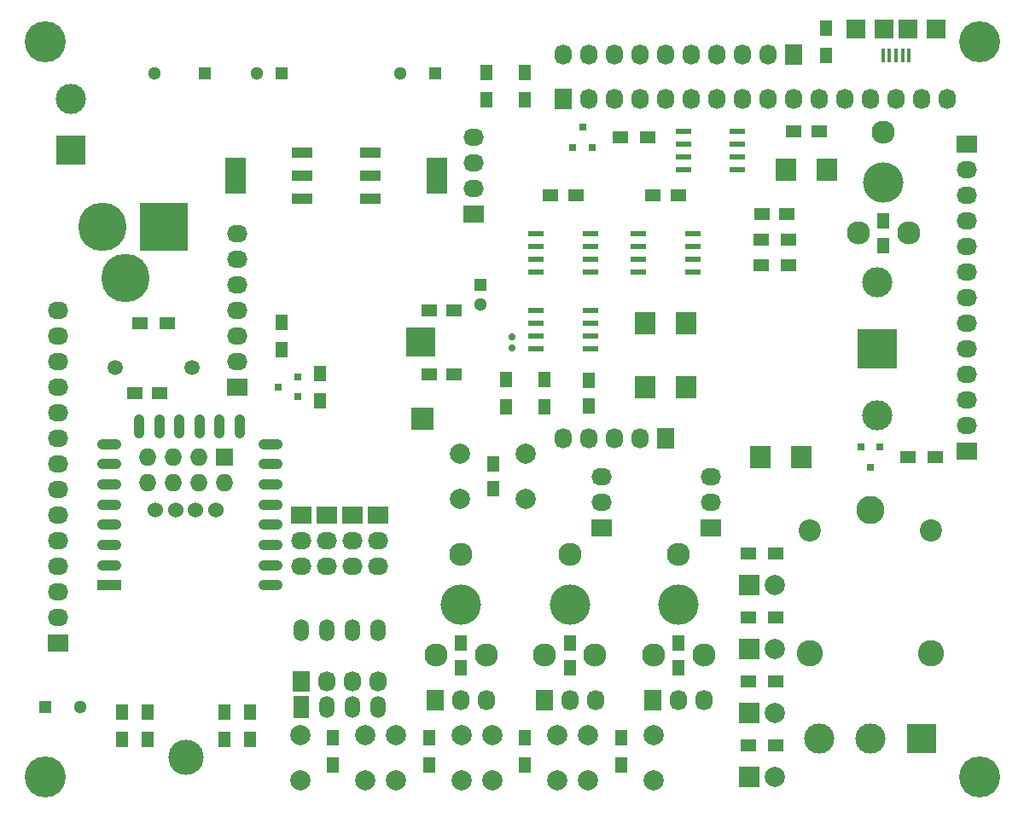
<source format=gbr>
G04 #@! TF.FileFunction,Soldermask,Bot*
%FSLAX46Y46*%
G04 Gerber Fmt 4.6, Leading zero omitted, Abs format (unit mm)*
G04 Created by KiCad (PCBNEW 4.0.2-stable) date 01/06/2016 13:38:34*
%MOMM*%
G01*
G04 APERTURE LIST*
%ADD10C,0.100000*%
%ADD11C,0.700000*%
%ADD12R,3.000000X3.000000*%
%ADD13C,1.524000*%
%ADD14C,3.500000*%
%ADD15C,1.998980*%
%ADD16O,1.100000X2.400000*%
%ADD17R,2.400000X1.100000*%
%ADD18O,2.400000X1.100000*%
%ADD19R,1.727200X2.032000*%
%ADD20O,1.727200X2.032000*%
%ADD21R,1.250000X1.500000*%
%ADD22R,1.500000X1.250000*%
%ADD23R,1.300000X1.300000*%
%ADD24C,1.300000*%
%ADD25R,1.550000X0.600000*%
%ADD26R,2.032000X1.727200*%
%ADD27O,2.032000X1.727200*%
%ADD28C,4.800600*%
%ADD29R,4.800600X4.800600*%
%ADD30R,1.300000X1.500000*%
%ADD31R,2.000000X2.000000*%
%ADD32C,2.000000*%
%ADD33R,0.800100X0.800100*%
%ADD34R,1.500000X1.300000*%
%ADD35R,1.727200X1.727200*%
%ADD36O,1.727200X1.727200*%
%ADD37R,2.032000X3.657600*%
%ADD38R,2.032000X1.016000*%
%ADD39R,2.235200X2.235200*%
%ADD40C,2.300000*%
%ADD41C,4.000000*%
%ADD42R,1.998980X2.301240*%
%ADD43C,4.064000*%
%ADD44C,3.000000*%
%ADD45R,4.000000X4.000000*%
%ADD46C,1.500000*%
%ADD47R,1.498600X2.197100*%
%ADD48O,1.498600X2.197100*%
%ADD49R,2.999740X2.999740*%
%ADD50C,2.999740*%
%ADD51C,2.200000*%
%ADD52C,2.600000*%
%ADD53C,2.800000*%
%ADD54R,1.897380X1.897380*%
%ADD55R,0.398780X1.348740*%
%ADD56R,0.398780X1.346200*%
G04 APERTURE END LIST*
D10*
D11*
X160610000Y-98340000D03*
X160610000Y-97240000D03*
D12*
X151610000Y-97790000D03*
D13*
X131270000Y-114475000D03*
X129270000Y-114475000D03*
X127270000Y-114475000D03*
X125270000Y-114475000D03*
D14*
X128270000Y-138975000D03*
D15*
X139623800Y-141315440D03*
X146126200Y-136814560D03*
X139623800Y-136814560D03*
X146126200Y-141315440D03*
D16*
X123640000Y-106170000D03*
X125640000Y-106170000D03*
X127640000Y-106170000D03*
X129640000Y-106170000D03*
X131640000Y-106170000D03*
X133640000Y-106170000D03*
D17*
X120650000Y-121920000D03*
D18*
X120650000Y-119920000D03*
X120650000Y-117920000D03*
X120650000Y-115920000D03*
X120650000Y-113920000D03*
X120650000Y-111920000D03*
X120650000Y-109920000D03*
X120650000Y-107920000D03*
X136650000Y-107920000D03*
X136650000Y-109920000D03*
X136650000Y-111920000D03*
X136650000Y-113920000D03*
X136650000Y-115920000D03*
X136650000Y-117920000D03*
X136650000Y-119920000D03*
X136650000Y-121920000D03*
D19*
X139700000Y-131445000D03*
D20*
X142240000Y-131445000D03*
X144780000Y-131445000D03*
X147320000Y-131445000D03*
D21*
X155575000Y-130155000D03*
X155575000Y-127655000D03*
D22*
X125710000Y-102870000D03*
X123210000Y-102870000D03*
D21*
X166370000Y-130155000D03*
X166370000Y-127655000D03*
X177165000Y-130155000D03*
X177165000Y-127655000D03*
X158750000Y-109875000D03*
X158750000Y-112375000D03*
D22*
X174645000Y-83185000D03*
X177145000Y-83185000D03*
D21*
X197485000Y-88245000D03*
X197485000Y-85745000D03*
X168275000Y-101620000D03*
X168275000Y-104120000D03*
D22*
X154920000Y-100965000D03*
X152420000Y-100965000D03*
X154920000Y-94615000D03*
X152420000Y-94615000D03*
X191115000Y-76835000D03*
X188615000Y-76835000D03*
X185440000Y-85090000D03*
X187940000Y-85090000D03*
X164485000Y-83185000D03*
X166985000Y-83185000D03*
D23*
X130175000Y-71120000D03*
D24*
X125175000Y-71120000D03*
X117800000Y-133985000D03*
D23*
X114300000Y-133985000D03*
D24*
X135295000Y-71120000D03*
D23*
X137795000Y-71120000D03*
D24*
X149535000Y-71120000D03*
D23*
X153035000Y-71120000D03*
X157480000Y-92075000D03*
D24*
X157480000Y-94075000D03*
D25*
X178595000Y-86995000D03*
X178595000Y-88265000D03*
X178595000Y-89535000D03*
X178595000Y-90805000D03*
X173195000Y-90805000D03*
X173195000Y-89535000D03*
X173195000Y-88265000D03*
X173195000Y-86995000D03*
X168435000Y-86995000D03*
X168435000Y-88265000D03*
X168435000Y-89535000D03*
X168435000Y-90805000D03*
X163035000Y-90805000D03*
X163035000Y-89535000D03*
X163035000Y-88265000D03*
X163035000Y-86995000D03*
D26*
X156845000Y-85090000D03*
D27*
X156845000Y-82550000D03*
X156845000Y-80010000D03*
X156845000Y-77470000D03*
D26*
X139700000Y-114935000D03*
D27*
X139700000Y-117475000D03*
X139700000Y-120015000D03*
D28*
X120015000Y-86360000D03*
D29*
X126111000Y-86360000D03*
D28*
X122301000Y-91440000D03*
D26*
X205740000Y-78105000D03*
D27*
X205740000Y-80645000D03*
X205740000Y-83185000D03*
X205740000Y-85725000D03*
X205740000Y-88265000D03*
X205740000Y-90805000D03*
X205740000Y-93345000D03*
X205740000Y-95885000D03*
X205740000Y-98425000D03*
D26*
X115570000Y-127635000D03*
D27*
X115570000Y-125095000D03*
X115570000Y-122555000D03*
X115570000Y-120015000D03*
X115570000Y-117475000D03*
X115570000Y-114935000D03*
X115570000Y-112395000D03*
X115570000Y-109855000D03*
X115570000Y-107315000D03*
X115570000Y-104775000D03*
X115570000Y-102235000D03*
X115570000Y-99695000D03*
X115570000Y-97155000D03*
X115570000Y-94615000D03*
D19*
X188595000Y-69215000D03*
D20*
X186055000Y-69215000D03*
X183515000Y-69215000D03*
X180975000Y-69215000D03*
X178435000Y-69215000D03*
X175895000Y-69215000D03*
X173355000Y-69215000D03*
X170815000Y-69215000D03*
X168275000Y-69215000D03*
X165735000Y-69215000D03*
D26*
X205740000Y-108585000D03*
D27*
X205740000Y-106045000D03*
X205740000Y-103505000D03*
X205740000Y-100965000D03*
D30*
X191770000Y-69295000D03*
X191770000Y-66595000D03*
D19*
X165735000Y-73660000D03*
D20*
X168275000Y-73660000D03*
X170815000Y-73660000D03*
X173355000Y-73660000D03*
X175895000Y-73660000D03*
X178435000Y-73660000D03*
X180975000Y-73660000D03*
X183515000Y-73660000D03*
X186055000Y-73660000D03*
X188595000Y-73660000D03*
X191135000Y-73660000D03*
X193675000Y-73660000D03*
X196215000Y-73660000D03*
X198755000Y-73660000D03*
X201295000Y-73660000D03*
X203835000Y-73660000D03*
D31*
X184150000Y-140970000D03*
D32*
X186690000Y-140970000D03*
D31*
X184150000Y-134620000D03*
D32*
X186690000Y-134620000D03*
D31*
X184150000Y-128270000D03*
D32*
X186690000Y-128270000D03*
D31*
X184150000Y-121920000D03*
D32*
X186690000Y-121920000D03*
D26*
X142240000Y-114935000D03*
D27*
X142240000Y-117475000D03*
X142240000Y-120015000D03*
D19*
X153035000Y-133350000D03*
D20*
X155575000Y-133350000D03*
X158115000Y-133350000D03*
D19*
X163830000Y-133350000D03*
D20*
X166370000Y-133350000D03*
X168910000Y-133350000D03*
D19*
X174625000Y-133350000D03*
D20*
X177165000Y-133350000D03*
X179705000Y-133350000D03*
D26*
X169545000Y-116205000D03*
D27*
X169545000Y-113665000D03*
X169545000Y-111125000D03*
D26*
X180340000Y-116205000D03*
D27*
X180340000Y-113665000D03*
X180340000Y-111125000D03*
D33*
X195265000Y-108219240D03*
X197165000Y-108219240D03*
X196215000Y-110218220D03*
X139430760Y-101285000D03*
X139430760Y-103185000D03*
X137431780Y-102235000D03*
X168590000Y-78470760D03*
X166690000Y-78470760D03*
X167640000Y-76471780D03*
D34*
X184070000Y-137795000D03*
X186770000Y-137795000D03*
X184070000Y-131445000D03*
X186770000Y-131445000D03*
D30*
X142875000Y-137080000D03*
X142875000Y-139780000D03*
D34*
X184070000Y-125095000D03*
X186770000Y-125095000D03*
X184070000Y-118745000D03*
X186770000Y-118745000D03*
X202645000Y-109220000D03*
X199945000Y-109220000D03*
D30*
X152400000Y-137080000D03*
X152400000Y-139780000D03*
X137795000Y-98505000D03*
X137795000Y-95805000D03*
X141605000Y-103585000D03*
X141605000Y-100885000D03*
D34*
X123745000Y-95885000D03*
X126445000Y-95885000D03*
D30*
X158115000Y-71040000D03*
X158115000Y-73740000D03*
X161925000Y-137080000D03*
X161925000Y-139780000D03*
X121920000Y-134540000D03*
X121920000Y-137240000D03*
X124460000Y-134540000D03*
X124460000Y-137240000D03*
X132080000Y-134540000D03*
X132080000Y-137240000D03*
X134620000Y-134540000D03*
X134620000Y-137240000D03*
X161925000Y-71040000D03*
X161925000Y-73740000D03*
X171450000Y-137080000D03*
X171450000Y-139780000D03*
D34*
X188040000Y-90170000D03*
X185340000Y-90170000D03*
X188040000Y-87630000D03*
X185340000Y-87630000D03*
D30*
X163830000Y-101520000D03*
X163830000Y-104220000D03*
X160020000Y-104220000D03*
X160020000Y-101520000D03*
D34*
X171370000Y-77470000D03*
X174070000Y-77470000D03*
D35*
X132080000Y-109220000D03*
D36*
X132080000Y-111760000D03*
X129540000Y-109220000D03*
X129540000Y-111760000D03*
X127000000Y-109220000D03*
X127000000Y-111760000D03*
X124460000Y-109220000D03*
X124460000Y-111760000D03*
D37*
X133223000Y-81280000D03*
D38*
X139827000Y-81280000D03*
X139827000Y-83566000D03*
X139827000Y-78994000D03*
D37*
X153162000Y-81280000D03*
D38*
X146558000Y-81280000D03*
X146558000Y-78994000D03*
X146558000Y-83566000D03*
D25*
X177640000Y-80645000D03*
X177640000Y-79375000D03*
X177640000Y-78105000D03*
X177640000Y-76835000D03*
X183040000Y-76835000D03*
X183040000Y-78105000D03*
X183040000Y-79375000D03*
X183040000Y-80645000D03*
X163035000Y-98425000D03*
X163035000Y-97155000D03*
X163035000Y-95885000D03*
X163035000Y-94615000D03*
X168435000Y-94615000D03*
X168435000Y-95885000D03*
X168435000Y-97155000D03*
X168435000Y-98425000D03*
D26*
X133350000Y-102235000D03*
D27*
X133350000Y-99695000D03*
X133350000Y-97155000D03*
X133350000Y-94615000D03*
X133350000Y-92075000D03*
X133350000Y-89535000D03*
X133350000Y-86995000D03*
D26*
X144780000Y-114935000D03*
D27*
X144780000Y-117475000D03*
X144780000Y-120015000D03*
D26*
X147320000Y-114935000D03*
D27*
X147320000Y-117475000D03*
X147320000Y-120015000D03*
D39*
X151765000Y-105410000D03*
D40*
X163870000Y-128825000D03*
X166370000Y-118825000D03*
X168870000Y-128825000D03*
D41*
X166370000Y-123825000D03*
D40*
X194985000Y-86915000D03*
X197485000Y-76915000D03*
X199985000Y-86915000D03*
D41*
X197485000Y-81915000D03*
D40*
X174665000Y-128825000D03*
X177165000Y-118825000D03*
X179665000Y-128825000D03*
D41*
X177165000Y-123825000D03*
D42*
X189334140Y-109220000D03*
X185315860Y-109220000D03*
X191874140Y-80645000D03*
X187855860Y-80645000D03*
X173885860Y-95885000D03*
X177904140Y-95885000D03*
X173885860Y-102235000D03*
X177904140Y-102235000D03*
D43*
X114300000Y-67945000D03*
X207010000Y-67945000D03*
D44*
X196850000Y-105029000D03*
X196850000Y-91821000D03*
D45*
X196850000Y-98425000D03*
D46*
X121295000Y-100330000D03*
X128895000Y-100330000D03*
D47*
X139700000Y-133972300D03*
D48*
X142240000Y-133985000D03*
X144780000Y-133985000D03*
X147320000Y-133985000D03*
X147320000Y-126365000D03*
X144780000Y-126365000D03*
X142240000Y-126365000D03*
X139700000Y-126365000D03*
D19*
X175895000Y-107315000D03*
D20*
X173355000Y-107315000D03*
X170815000Y-107315000D03*
X168275000Y-107315000D03*
X165735000Y-107315000D03*
D49*
X116840000Y-78740000D03*
D50*
X116840000Y-73660000D03*
D40*
X153075000Y-128825000D03*
X155575000Y-118825000D03*
X158075000Y-128825000D03*
D41*
X155575000Y-123825000D03*
D51*
X190215000Y-116455000D03*
D52*
X190215000Y-128655000D03*
X202215000Y-128655000D03*
D51*
X202215000Y-116455000D03*
D53*
X196215000Y-114455000D03*
D49*
X201295000Y-137160000D03*
D50*
X196215000Y-137160000D03*
X191135000Y-137160000D03*
D43*
X114300000Y-140970000D03*
X207010000Y-140970000D03*
D15*
X149148800Y-141315440D03*
X155651200Y-136814560D03*
X149148800Y-136814560D03*
X155651200Y-141315440D03*
X158673800Y-141315440D03*
X165176200Y-136814560D03*
X158673800Y-136814560D03*
X165176200Y-141315440D03*
X168198800Y-141315440D03*
X174701200Y-136814560D03*
X168198800Y-136814560D03*
X174701200Y-141315440D03*
X162001200Y-108874560D03*
X155498800Y-113375440D03*
X162001200Y-113375440D03*
X155498800Y-108874560D03*
D54*
X197556120Y-66675000D03*
X199953880Y-66675000D03*
X202704700Y-66675000D03*
X194805300Y-66675000D03*
D55*
X197454520Y-69349620D03*
D56*
X198107300Y-69349620D03*
X198755000Y-69349620D03*
X199402700Y-69349620D03*
X200055480Y-69349620D03*
M02*

</source>
